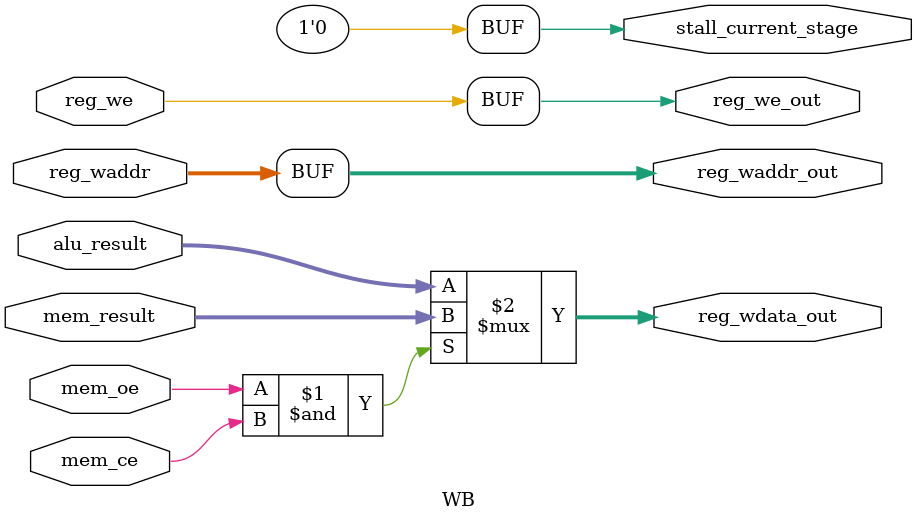
<source format=v>
module WB(
    input  wire [ 4: 0] reg_waddr      ,
    input  wire         reg_we         ,
    input  wire [31: 0] alu_result     ,
    input  wire [31: 0] mem_result     ,
    input  wire         mem_oe         ,
    input  wire         mem_ce         ,

    output wire [ 4: 0] reg_waddr_out  ,
    output wire [31: 0] reg_wdata_out  ,
    output wire         reg_we_out     ,
    output wire         stall_current_stage
);

    assign stall_current_stage = 0; // WB不停

    assign reg_we_out = reg_we;
    assign reg_waddr_out = reg_waddr;
    assign reg_wdata_out = mem_oe & mem_ce ? mem_result : alu_result;


endmodule
</source>
